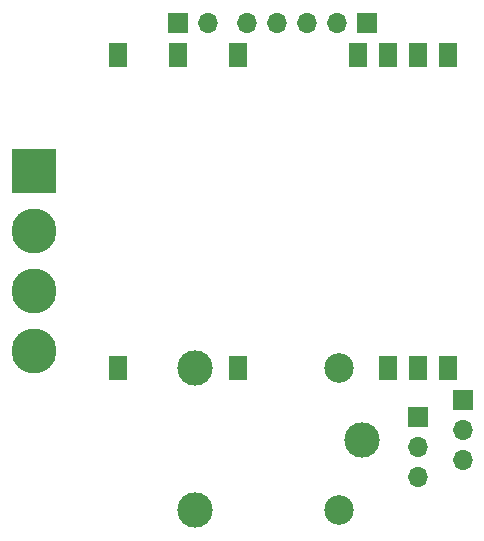
<source format=gts>
G04 #@! TF.FileFunction,Soldermask,Top*
%FSLAX46Y46*%
G04 Gerber Fmt 4.6, Leading zero omitted, Abs format (unit mm)*
G04 Created by KiCad (PCBNEW 4.0.6) date Thursday, 27 July 2017 21:49:40*
%MOMM*%
%LPD*%
G01*
G04 APERTURE LIST*
%ADD10C,0.100000*%
%ADD11C,2.500000*%
%ADD12C,3.000000*%
%ADD13C,3.810000*%
%ADD14R,3.810000X3.810000*%
%ADD15R,1.500000X2.030000*%
%ADD16R,1.700000X1.700000*%
%ADD17O,1.700000X1.700000*%
G04 APERTURE END LIST*
D10*
D11*
X145050000Y-102050000D03*
D12*
X132850000Y-102050000D03*
X132800000Y-114100000D03*
D11*
X145050000Y-114050000D03*
D12*
X147000000Y-108100000D03*
D13*
X119200000Y-90460000D03*
X119200000Y-95540000D03*
D14*
X119200000Y-85380000D03*
D13*
X119200000Y-100620000D03*
D15*
X126330000Y-75565000D03*
X131410000Y-75565000D03*
X136490000Y-75565000D03*
X146650000Y-75565000D03*
X149190000Y-75565000D03*
X151730000Y-75565000D03*
X154270000Y-75565000D03*
X126330000Y-102035000D03*
X136490000Y-102035000D03*
X149190000Y-102035000D03*
X151730000Y-102035000D03*
X154270000Y-102035000D03*
D16*
X131400000Y-72800000D03*
D17*
X133940000Y-72800000D03*
D16*
X147400000Y-72800000D03*
D17*
X144860000Y-72800000D03*
X142320000Y-72800000D03*
X139780000Y-72800000D03*
X137240000Y-72800000D03*
D16*
X151700000Y-106200000D03*
D17*
X151700000Y-108740000D03*
X151700000Y-111280000D03*
D16*
X155500000Y-104750000D03*
D17*
X155500000Y-107290000D03*
X155500000Y-109830000D03*
M02*

</source>
